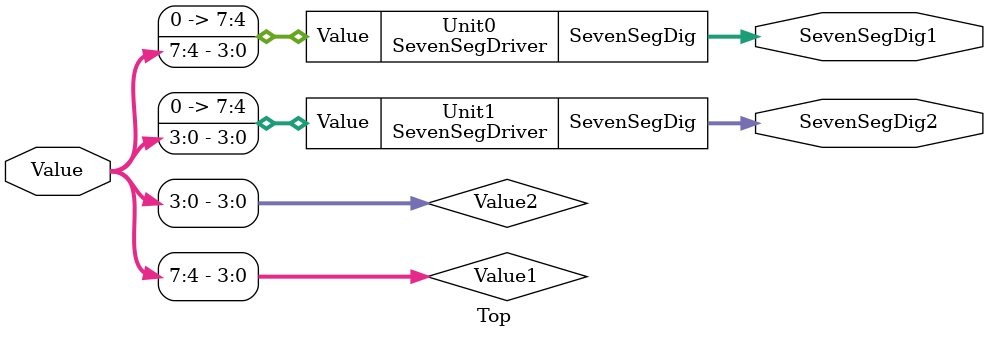
<source format=v>



// module Top(Value,SevenSegDig1,SevenSegDig2);
//     //Port Declarations    

//     //Logic
//     SevenSegDriver Unit0();
//     SevenSegDriver Unit1();
// endmodule

// module SevenSegDriver(
//     input [3:0] Value,
//     output reg [6:0] SevenSeg,
//     output reg DP
// );

// always @* begin
//     case(Value[3:0])
//         4'b0000: SevenSeg = 8'b00111111; // Display 0
//         4'b0001: SevenSeg = 8'b01111101; // Display 1
//         4'b0010: SevenSeg = 8'b01001111; // Display 2
//         4'b0011: SevenSeg = 8'b01110111; // Display 3
//         4'b0100: SevenSeg = 8'b01011110; // Display 4
//         4'b0101: SevenSeg = 8'b01101101; // Display 5
//         4'b0110: SevenSeg = 8'b01011011; // Display 6
//         4'b0111: SevenSeg = 8'b01110001; // Display 7
//         4'b1000: SevenSeg = 8'b00111001; // Display 8
//         4'b1001: SevenSeg = 8'b01100110; // Display 9
//         4'b1010: SevenSeg = 8'b00000110; // Display A
//         4'b1011: SevenSeg = 8'b01001111; // Display B
//         4'b1100: SevenSeg = 8'b01111101; // Display C
//         4'b1101: SevenSeg = 8'b01011011; // Display D
//         4'b1110: SevenSeg = 8'b01110111; // Display E
//         4'b1111: SevenSeg = 8'b01101101; // Display F
//         default: SevenSeg = 8'b11111111; // Turn off all segments if Value is invalid
//     endcase
// end

// endmodule

// module Top(
//     input [7:0] Value,
//     output wire [7:0] SevenSegDig1,
//     output wire [7:0] SevenSegDig2
// );

//     SevenSegDriver Unit0(.Value({4'b0000, Value[3:0]}), .SevenSeg(SevenSegDig2));
//     SevenSegDriver Unit1(.Value({4'b0000, Value[7:4]}), .SevenSeg(SevenSegDig1));


// endmodule

module SevenSegDriver (
    input [7:0] Value,
    output reg [6:0] SevenSegDig
);

always @* begin
    case(Value)
        8'h00: SevenSegDig = 7'b0111111; // Display 0
        8'h01: SevenSegDig = 7'b0000110; // Display 1
        8'h02: SevenSegDig = 7'b1011011; // Display 2
        8'h03: SevenSegDig = 7'b1001111; // Display 3
        8'h04: SevenSegDig = 7'b1100110; // Display 4
        8'h05: SevenSegDig = 7'b1101101; // Display 5
        8'h06: SevenSegDig = 7'b1111101; // Display 6
        8'h07: SevenSegDig = 7'b0000111; // Display 7
        8'h08: SevenSegDig = 7'b1111111; // Display 8
        8'h09: SevenSegDig = 7'b1101111; // Display 9
        8'h0A: SevenSegDig = 7'b1110111; // Display A
        8'h0B: SevenSegDig = 7'b1111100; // Display B
        8'h0C: SevenSegDig = 7'b0111001; // Display C
        8'h0D: SevenSegDig = 7'b1011110; // Display D
        8'h0E: SevenSegDig = 7'b1111001; // Display E
        8'h0F: SevenSegDig = 7'b1110001; // Display F
        default: SevenSegDig = 7'b1111111; // Default value (display all segments)
    endcase
end

endmodule


module Top (
    input [7:0] Value,
    output [6:0] SevenSegDig1,
    output [6:0] SevenSegDig2
);

wire [3:0] Value1 = Value[7:4];
wire [3:0] Value2 = Value[3:0];

SevenSegDriver Unit0(.Value(Value1), .SevenSegDig(SevenSegDig1));
SevenSegDriver Unit1(.Value(Value2), .SevenSegDig(SevenSegDig2));

endmodule
</source>
